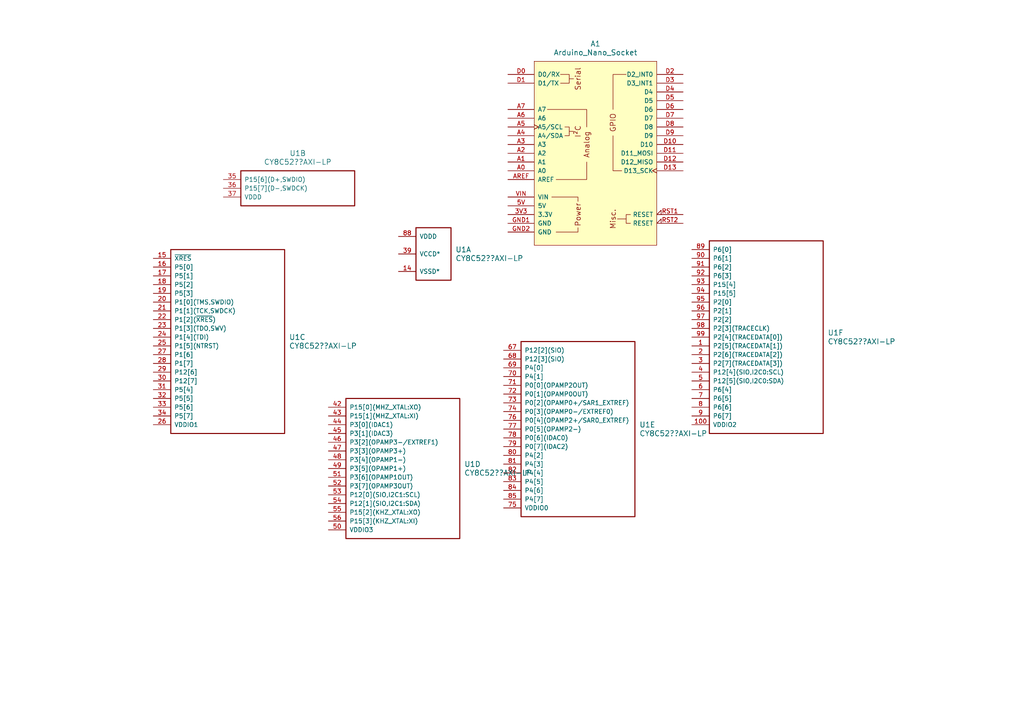
<source format=kicad_sch>
(kicad_sch (version 20250114) (generator "eeschema") (generator_version "9.0")
  (paper "A4")
  (lib_symbols
    (symbol "Cypress_PSoC:CY8C52??AXI-LP" (pin_names (offset 1.016))
      (property "Reference" "U" (at 5.08 6.35 0))
      (property "Value" "CY8C52??AXI-LP" (at 5.08 3.81 0))
      (symbol "CY8C52??AXI-LP_1_1"
        (rectangle (start 5.08 2.54) (end 15.24 -12.7) (stroke (width 0.3048)))
        (pin power_in line (at 0 0 0) (length 5.08) (name "VDDD") (number "88"))
        (pin power_in line (at 0 -5.08 0) (length 5.08) (name "VCCD*") (number "39"))
        (pin power_out line (at 0 -5.08 0) (length 5.08) (hide yes) (name "VCCD") (number "86"))
        (pin power_in line (at 0 -10.16 0) (length 5.08) (name "VSSD*") (number "14"))
        (pin power_in line (at 0 -10.16 0) (length 5.08) (hide yes) (name "VSSD") (number "38"))
        (pin power_in line (at 0 -10.16 0) (length 5.08) (hide yes) (name "VSSD") (number "66"))
        (pin power_in line (at 0 -10.16 0) (length 5.08) (hide yes) (name "VSSD") (number "87"))
      )
      (symbol "CY8C52??AXI-LP_2_1"
        (rectangle (start 5.08 2.54) (end 38.1 -7.62) (stroke (width 0.3048)))
        (pin bidirectional line (at 0 0 0) (length 5.08) (name "P15[6](D+,SWDIO)") (number "35"))
        (pin bidirectional line (at 0 -2.54 0) (length 5.08) (name "P15[7](D-,SWDCK)") (number "36"))
        (pin power_in line (at 0 -5.08 0) (length 5.08) (name "VDDD") (number "37"))
      )
      (symbol "CY8C52??AXI-LP_3_1"
        (rectangle (start 5.08 2.54) (end 38.1 -50.8) (stroke (width 0.3048)))
        (pin input line (at 0 0 0) (length 5.08) (name "~{XRES}") (number "15"))
        (pin bidirectional line (at 0 -2.54 0) (length 5.08) (name "P5[0]") (number "16"))
        (pin bidirectional line (at 0 -5.08 0) (length 5.08) (name "P5[1]") (number "17"))
        (pin bidirectional line (at 0 -7.62 0) (length 5.08) (name "P5[2]") (number "18"))
        (pin bidirectional line (at 0 -10.16 0) (length 5.08) (name "P5[3]") (number "19"))
        (pin bidirectional line (at 0 -12.7 0) (length 5.08) (name "P1[0](TMS,SWDIO)") (number "20"))
        (pin bidirectional line (at 0 -15.24 0) (length 5.08) (name "P1[1](TCK,SWDCK)") (number "21"))
        (pin bidirectional line (at 0 -17.78 0) (length 5.08) (name "P1[2](~{XRES})") (number "22"))
        (pin bidirectional line (at 0 -20.32 0) (length 5.08) (name "P1[3](TDO,SWV)") (number "23"))
        (pin bidirectional line (at 0 -22.86 0) (length 5.08) (name "P1[4](TDI)") (number "24"))
        (pin bidirectional line (at 0 -25.4 0) (length 5.08) (name "P1[5](NTRST)") (number "25"))
        (pin bidirectional line (at 0 -27.94 0) (length 5.08) (name "P1[6]") (number "27"))
        (pin bidirectional line (at 0 -30.48 0) (length 5.08) (name "P1[7]") (number "28"))
        (pin bidirectional line (at 0 -33.02 0) (length 5.08) (name "P12[6]") (number "29"))
        (pin bidirectional line (at 0 -35.56 0) (length 5.08) (name "P12[7]") (number "30"))
        (pin bidirectional line (at 0 -38.1 0) (length 5.08) (name "P5[4]") (number "31"))
        (pin bidirectional line (at 0 -40.64 0) (length 5.08) (name "P5[5]") (number "32"))
        (pin bidirectional line (at 0 -43.18 0) (length 5.08) (name "P5[6]") (number "33"))
        (pin bidirectional line (at 0 -45.72 0) (length 5.08) (name "P5[7]") (number "34"))
        (pin power_in line (at 0 -48.26 0) (length 5.08) (name "VDDIO1") (number "26"))
      )
      (symbol "CY8C52??AXI-LP_4_1"
        (rectangle (start 5.08 2.54) (end 38.1 -38.1) (stroke (width 0.3048)))
        (pin bidirectional line (at 0 0 0) (length 5.08) (name "P15[0](MHZ_XTAL:XO)") (number "42"))
        (pin bidirectional line (at 0 -2.54 0) (length 5.08) (name "P15[1](MHZ_XTAL:XI)") (number "43"))
        (pin bidirectional line (at 0 -5.08 0) (length 5.08) (name "P3[0](IDAC1)") (number "44"))
        (pin bidirectional line (at 0 -7.62 0) (length 5.08) (name "P3[1](IDAC3)") (number "45"))
        (pin bidirectional line (at 0 -10.16 0) (length 5.08) (name "P3[2](OPAMP3-/EXTREF1)") (number "46"))
        (pin bidirectional line (at 0 -12.7 0) (length 5.08) (name "P3[3](OPAMP3+)") (number "47"))
        (pin bidirectional line (at 0 -15.24 0) (length 5.08) (name "P3[4](OPAMP1-)") (number "48"))
        (pin bidirectional line (at 0 -17.78 0) (length 5.08) (name "P3[5](OPAMP1+)") (number "49"))
        (pin bidirectional line (at 0 -20.32 0) (length 5.08) (name "P3[6](OPAMP1OUT)") (number "51"))
        (pin bidirectional line (at 0 -22.86 0) (length 5.08) (name "P3[7](OPAMP3OUT)") (number "52"))
        (pin bidirectional line (at 0 -25.4 0) (length 5.08) (name "P12[0](SIO,I2C1:SCL)") (number "53"))
        (pin bidirectional line (at 0 -27.94 0) (length 5.08) (name "P12[1](SIO,I2C1:SDA)") (number "54"))
        (pin bidirectional line (at 0 -30.48 0) (length 5.08) (name "P15[2](KHZ_XTAL:XO)") (number "55"))
        (pin bidirectional line (at 0 -33.02 0) (length 5.08) (name "P15[3](KHZ_XTAL:XI)") (number "56"))
        (pin power_in line (at 0 -35.56 0) (length 5.08) (name "VDDIO3") (number "50"))
      )
      (symbol "CY8C52??AXI-LP_5_1"
        (rectangle (start 5.08 2.54) (end 38.1 -48.26) (stroke (width 0.3048)))
        (pin bidirectional line (at 0 0 0) (length 5.08) (name "P12[2](SIO)") (number "67"))
        (pin bidirectional line (at 0 -2.54 0) (length 5.08) (name "P12[3](SIO)") (number "68"))
        (pin bidirectional line (at 0 -5.08 0) (length 5.08) (name "P4[0]") (number "69"))
        (pin bidirectional line (at 0 -7.62 0) (length 5.08) (name "P4[1]") (number "70"))
        (pin bidirectional line (at 0 -10.16 0) (length 5.08) (name "P0[0](OPAMP2OUT)") (number "71"))
        (pin bidirectional line (at 0 -12.7 0) (length 5.08) (name "P0[1](OPAMP0OUT)") (number "72"))
        (pin bidirectional line (at 0 -15.24 0) (length 5.08) (name "P0[2](OPAMP0+/SAR1_EXTREF)") (number "73"))
        (pin bidirectional line (at 0 -17.78 0) (length 5.08) (name "P0[3](OPAMP0-/EXTREF0)") (number "74"))
        (pin bidirectional line (at 0 -20.32 0) (length 5.08) (name "P0[4](OPAMP2+/SAR0_EXTREF)") (number "76"))
        (pin bidirectional line (at 0 -22.86 0) (length 5.08) (name "P0[5](OPAMP2-)") (number "77"))
        (pin bidirectional line (at 0 -25.4 0) (length 5.08) (name "P0[6](IDAC0)") (number "78"))
        (pin bidirectional line (at 0 -27.94 0) (length 5.08) (name "P0[7](IDAC2)") (number "79"))
        (pin bidirectional line (at 0 -30.48 0) (length 5.08) (name "P4[2]") (number "80"))
        (pin bidirectional line (at 0 -33.02 0) (length 5.08) (name "P4[3]") (number "81"))
        (pin bidirectional line (at 0 -35.56 0) (length 5.08) (name "P4[4]") (number "82"))
        (pin bidirectional line (at 0 -38.1 0) (length 5.08) (name "P4[5]") (number "83"))
        (pin bidirectional line (at 0 -40.64 0) (length 5.08) (name "P4[6]") (number "84"))
        (pin bidirectional line (at 0 -43.18 0) (length 5.08) (name "P4[7]") (number "85"))
        (pin power_in line (at 0 -45.72 0) (length 5.08) (name "VDDIO0") (number "75"))
      )
      (symbol "CY8C52??AXI-LP_6_1"
        (rectangle (start 5.08 2.54) (end 38.1 -53.34) (stroke (width 0.3048)))
        (pin bidirectional line (at 0 0 0) (length 5.08) (name "P6[0]") (number "89"))
        (pin bidirectional line (at 0 -2.54 0) (length 5.08) (name "P6[1]") (number "90"))
        (pin bidirectional line (at 0 -5.08 0) (length 5.08) (name "P6[2]") (number "91"))
        (pin bidirectional line (at 0 -7.62 0) (length 5.08) (name "P6[3]") (number "92"))
        (pin bidirectional line (at 0 -10.16 0) (length 5.08) (name "P15[4]") (number "93"))
        (pin bidirectional line (at 0 -12.7 0) (length 5.08) (name "P15[5]") (number "94"))
        (pin bidirectional line (at 0 -15.24 0) (length 5.08) (name "P2[0]") (number "95"))
        (pin bidirectional line (at 0 -17.78 0) (length 5.08) (name "P2[1]") (number "96"))
        (pin bidirectional line (at 0 -20.32 0) (length 5.08) (name "P2[2]") (number "97"))
        (pin bidirectional line (at 0 -22.86 0) (length 5.08) (name "P2[3](TRACECLK)") (number "98"))
        (pin bidirectional line (at 0 -25.4 0) (length 5.08) (name "P2[4](TRACEDATA[0])") (number "99"))
        (pin bidirectional line (at 0 -27.94 0) (length 5.08) (name "P2[5](TRACEDATA[1])") (number "1"))
        (pin bidirectional line (at 0 -30.48 0) (length 5.08) (name "P2[6](TRACEDATA[2])") (number "2"))
        (pin bidirectional line (at 0 -33.02 0) (length 5.08) (name "P2[7](TRACEDATA[3])") (number "3"))
        (pin bidirectional line (at 0 -35.56 0) (length 5.08) (name "P12[4](SIO,I2C0:SCL)") (number "4"))
        (pin bidirectional line (at 0 -38.1 0) (length 5.08) (name "P12[5](SIO,I2C0:SDA)") (number "5"))
        (pin bidirectional line (at 0 -40.64 0) (length 5.08) (name "P6[4]") (number "6"))
        (pin bidirectional line (at 0 -43.18 0) (length 5.08) (name "P6[5]") (number "7"))
        (pin bidirectional line (at 0 -45.72 0) (length 5.08) (name "P6[6]") (number "8"))
        (pin bidirectional line (at 0 -48.26 0) (length 5.08) (name "P6[7]") (number "9"))
        (pin power_in line (at 0 -50.8 0) (length 5.08) (name "VDDIO2") (number "100"))
      )
      (symbol "CY8C52??AXI-LP_7_1"
        (rectangle (start 5.08 2.54) (end 15.24 -12.7) (stroke (width 0.3048)))
        (pin power_in line (at 0 0 0) (length 5.08) (name "VDDA") (number "65"))
        (pin power_out line (at 0 -5.08 0) (length 5.08) (name "VCCA") (number "63"))
        (pin power_in line (at 0 -10.16 0) (length 5.08) (name "VSSA") (number "64"))
      )
      (symbol "CY8C52??AXI-LP_8_1"
        (rectangle (start 5.08 2.54) (end 15.24 -17.78) (stroke (width 0.3048)))
        (pin input line (at 0 0 0) (length 5.08) (name "VBOOST") (number "12"))
        (pin passive line (at 0 -5.08 0) (length 5.08) (name "IND") (number "11"))
        (pin power_in line (at 0 -10.16 0) (length 5.08) (name "VBAT") (number "13"))
        (pin power_in line (at 0 -15.24 0) (length 5.08) (name "VSSB") (number "10"))
      )
    )
    (symbol "PCM_arduino-library:Arduino_Nano_Socket" (pin_names (offset 1.016))
      (property "Reference" "A" (at 0 33.02 0))
      (property "Value" "Arduino_Nano_Socket" (at 0 29.21 0))
      (symbol "Arduino_Nano_Socket_0_0"
        (rectangle (start -17.78 26.67) (end 17.78 -26.67) (fill (type background)))
        (polyline (pts (xy -11.43 -22.86) (xy -5.08 -22.86) (xy -5.08 -21.59)))
        (polyline (pts (xy -10.16 22.86) (xy -7.62 22.86) (xy -7.62 20.32) (xy -10.16 20.32)))
        (polyline (pts (xy -8.89 7.62) (xy -7.62 7.62) (xy -7.62 5.08) (xy -8.89 5.08)))
        (polyline (pts (xy -7.62 21.59) (xy -6.35 21.59)))
        (polyline (pts (xy -7.62 6.35) (xy -6.35 6.35)))
        (polyline (pts (xy -5.08 -13.97) (xy -5.08 -12.7) (xy -12.7 -12.7)))
        (polyline (pts (xy 8.89 -19.05) (xy 6.35 -19.05)))
        (text "Serial" (at -5.08 21.59 900) (effects (font (size 1.524 1.524))))
        (text "I²C" (at -5.08 6.35 900) (effects (font (size 1.524 1.524))))
        (text "Power" (at -5.08 -17.78 900) (effects (font (size 1.524 1.524))))
        (text "Analog" (at -2.54 2.54 900) (effects (font (size 1.524 1.524))))
        (text "Misc." (at 5.08 -19.05 900) (effects (font (size 1.524 1.524))))
      )
      (symbol "Arduino_Nano_Socket_0_1"
        (polyline (pts (xy -13.97 12.7) (xy -2.54 12.7) (xy -2.54 7.62)))
        (polyline (pts (xy -11.43 -7.62) (xy -2.54 -7.62) (xy -2.54 -2.54)))
        (polyline (pts (xy 7.62 -5.08) (xy 5.08 -5.08) (xy 5.08 5.08)))
        (polyline (pts (xy 8.89 22.86) (xy 5.08 22.86) (xy 5.08 12.7)))
        (polyline (pts (xy 10.16 -17.78) (xy 8.89 -17.78) (xy 8.89 -20.32) (xy 10.16 -20.32)))
      )
      (symbol "Arduino_Nano_Socket_1_0"
        (text "GPIO" (at 5.08 8.89 900) (effects (font (size 1.524 1.524))))
      )
      (symbol "Arduino_Nano_Socket_1_1"
        (pin bidirectional line (at -25.4 22.86 0) (length 7.62) (name "D0/RX") (number "D0"))
        (pin bidirectional line (at -25.4 20.32 0) (length 7.62) (name "D1/TX") (number "D1"))
        (pin input line (at -25.4 12.7 0) (length 7.62) (name "A7") (number "A7"))
        (pin input line (at -25.4 10.16 0) (length 7.62) (name "A6") (number "A6"))
        (pin bidirectional clock (at -25.4 7.62 0) (length 7.62) (name "A5/SCL") (number "A5"))
        (pin bidirectional line (at -25.4 5.08 0) (length 7.62) (name "A4/SDA") (number "A4"))
        (pin bidirectional line (at -25.4 2.54 0) (length 7.62) (name "A3") (number "A3"))
        (pin bidirectional line (at -25.4 0 0) (length 7.62) (name "A2") (number "A2"))
        (pin bidirectional line (at -25.4 -2.54 0) (length 7.62) (name "A1") (number "A1"))
        (pin bidirectional line (at -25.4 -5.08 0) (length 7.62) (name "A0") (number "A0"))
        (pin input line (at -25.4 -7.62 0) (length 7.62) (name "AREF") (number "AREF"))
        (pin power_in line (at -25.4 -12.7 0) (length 7.62) (name "VIN") (number "VIN"))
        (pin power_in line (at -25.4 -15.24 0) (length 7.62) (name "5V") (number "5V"))
        (pin power_out line (at -25.4 -17.78 0) (length 7.62) (name "3.3V") (number "3V3"))
        (pin power_in line (at -25.4 -20.32 0) (length 7.62) (name "GND") (number "GND1"))
        (pin power_in line (at -25.4 -22.86 0) (length 7.62) (name "GND") (number "GND2"))
        (pin bidirectional line (at 25.4 22.86 180) (length 7.62) (name "D2_INT0") (number "D2"))
        (pin bidirectional line (at 25.4 20.32 180) (length 7.62) (name "D3_INT1") (number "D3"))
        (pin bidirectional line (at 25.4 17.78 180) (length 7.62) (name "D4") (number "D4"))
        (pin bidirectional line (at 25.4 15.24 180) (length 7.62) (name "D5") (number "D5"))
        (pin bidirectional line (at 25.4 12.7 180) (length 7.62) (name "D6") (number "D6"))
        (pin bidirectional line (at 25.4 10.16 180) (length 7.62) (name "D7") (number "D7"))
        (pin bidirectional line (at 25.4 7.62 180) (length 7.62) (name "D8") (number "D8"))
        (pin bidirectional line (at 25.4 5.08 180) (length 7.62) (name "D9") (number "D9"))
        (pin bidirectional line (at 25.4 2.54 180) (length 7.62) (name "D10") (number "D10"))
        (pin bidirectional line (at 25.4 0 180) (length 7.62) (name "D11_MOSI") (number "D11"))
        (pin bidirectional line (at 25.4 -2.54 180) (length 7.62) (name "D12_MISO") (number "D12"))
        (pin bidirectional clock (at 25.4 -5.08 180) (length 7.62) (name "D13_SCK") (number "D13"))
        (pin open_collector input_low (at 25.4 -17.78 180) (length 7.62) (name "RESET") (number "RST1"))
        (pin open_collector input_low (at 25.4 -20.32 180) (length 7.62) (name "RESET") (number "RST2"))
      )
    )
  )
  (symbol (lib_id "Cypress_PSoC:CY8C52??AXI-LP") (at 200.66 72.39 0) (unit 6)
    (property "Reference" "U1" (at 240.03 96.5199 0) (effects (font (size 1.524 1.524)) (justify left)))
    (property "Value" "CY8C52??AXI-LP" (at 240.03 99.0599 0) (effects (font (size 1.524 1.524)) (justify left)))
  )
  (symbol (lib_id "Cypress_PSoC:CY8C52??AXI-LP") (at 115.57 68.58 0) (unit 1)
    (property "Reference" "U1" (at 132.08 72.3899 0) (effects (font (size 1.524 1.524)) (justify left)))
    (property "Value" "CY8C52??AXI-LP" (at 132.08 74.9299 0) (effects (font (size 1.524 1.524)) (justify left)))
  )
  (symbol (lib_id "Cypress_PSoC:CY8C52??AXI-LP") (at 146.05 101.6 0) (unit 5)
    (property "Reference" "U1" (at 185.42 123.1899 0) (effects (font (size 1.524 1.524)) (justify left)))
    (property "Value" "CY8C52??AXI-LP" (at 185.42 125.7299 0) (effects (font (size 1.524 1.524)) (justify left)))
  )
  (symbol (lib_id "Cypress_PSoC:CY8C52??AXI-LP") (at 44.45 74.93 0) (unit 3)
    (property "Reference" "U1" (at 83.82 97.7899 0) (effects (font (size 1.524 1.524)) (justify left)))
    (property "Value" "CY8C52??AXI-LP" (at 83.82 100.3299 0) (effects (font (size 1.524 1.524)) (justify left)))
  )
  (symbol (lib_id "PCM_arduino-library:Arduino_Nano_Socket") (at 172.72 44.45 0) (unit 1)
    (property "Reference" "A1" (at 172.72 12.7 0) (effects (font (size 1.524 1.524))))
    (property "Value" "Arduino_Nano_Socket" (at 172.72 15.24 0) (effects (font (size 1.524 1.524))))
    (property "Footprint" "PCM_arduino-library:Arduino_Nano_Socket" (effects (hide yes)))
    (property "Datasheet" "https://docs.arduino.cc/hardware/nano" (effects (hide yes)))
    (property "Description" "Socket for Arduino Nano" (effects (hide yes)))
  )
  (symbol (lib_id "Cypress_PSoC:CY8C52??AXI-LP") (at 64.77 52.07 0) (unit 2)
    (property "Reference" "U1" (at 86.36 44.45 0) (effects (font (size 1.524 1.524))))
    (property "Value" "CY8C52??AXI-LP" (at 86.36 46.99 0) (effects (font (size 1.524 1.524))))
  )
  (symbol (lib_id "Cypress_PSoC:CY8C52??AXI-LP") (at 95.25 118.11 0) (unit 4)
    (property "Reference" "U1" (at 134.62 134.6199 0) (effects (font (size 1.524 1.524)) (justify left)))
    (property "Value" "CY8C52??AXI-LP" (at 134.62 137.1599 0) (effects (font (size 1.524 1.524)) (justify left)))
  )
)
</source>
